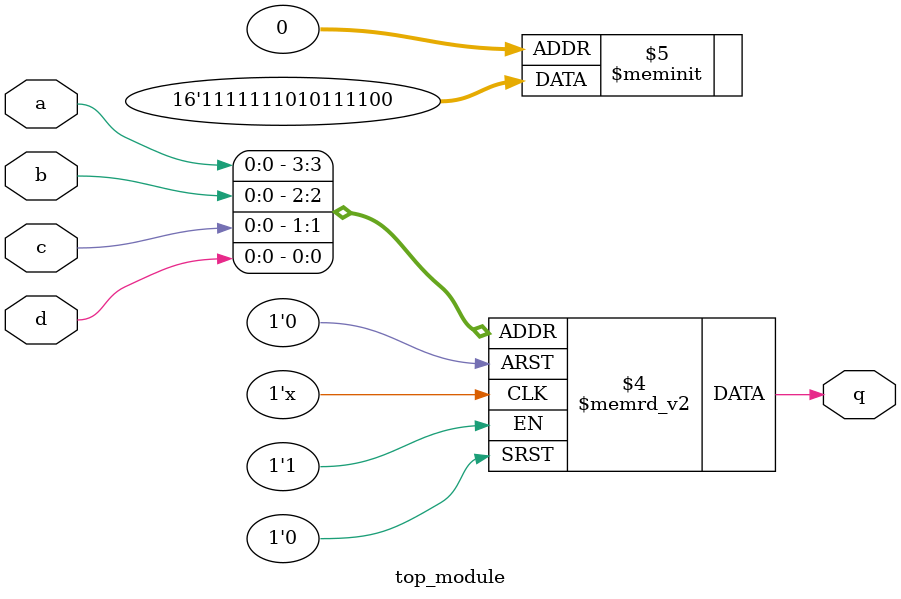
<source format=sv>
module top_module (
   input logic a, 
   input logic b, 
   input logic c, 
   input logic d,
   output logic q
);

   always_comb begin
      case ({a, b, c, d})
         4'b0000: q = 1'b0;
         4'b0001: q = 1'b0;
         4'b0010: q = 1'b1;
         4'b0011: q = 1'b1;
         4'b0100: q = 1'b1;
         4'b0101: q = 1'b1;
         4'b0110: q = 1'b0;  // Change q output value for 4'b0110 input combination from 1 to 0
         4'b0111: q = 1'b1;
         4'b1000: q = 1'b0;
         4'b1001: q = 1'b1;
         4'b1010: q = 1'b1;
         4'b1011: q = 1'b1;
         4'b1100: q = 1'b1;
         4'b1101: q = 1'b1;
         4'b1110: q = 1'b1;
         4'b1111: q = 1'b1;
         default: q = 1'b0;
      endcase
   end

endmodule

</source>
